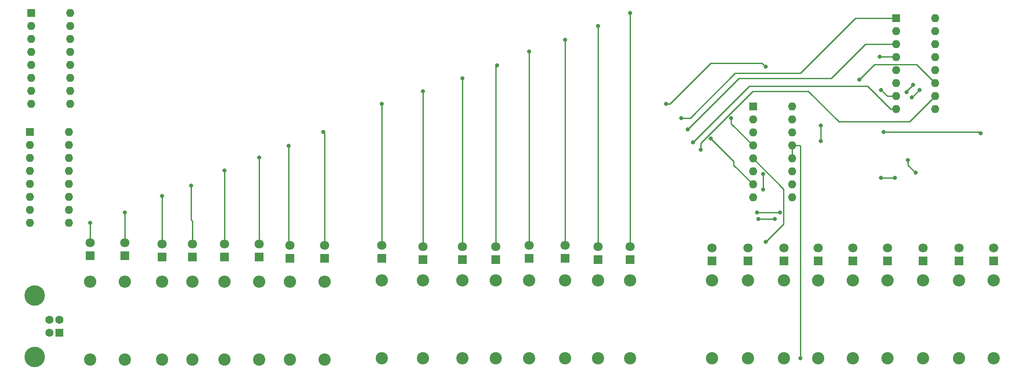
<source format=gbr>
%TF.GenerationSoftware,KiCad,Pcbnew,(5.1.9)-1*%
%TF.CreationDate,2021-06-05T08:41:13+03:00*%
%TF.ProjectId,AdderBreakoutV2,41646465-7242-4726-9561-6b6f75745632,rev?*%
%TF.SameCoordinates,Original*%
%TF.FileFunction,Copper,L2,Bot*%
%TF.FilePolarity,Positive*%
%FSLAX46Y46*%
G04 Gerber Fmt 4.6, Leading zero omitted, Abs format (unit mm)*
G04 Created by KiCad (PCBNEW (5.1.9)-1) date 2021-06-05 08:41:13*
%MOMM*%
%LPD*%
G01*
G04 APERTURE LIST*
%TA.AperFunction,ComponentPad*%
%ADD10R,1.800000X1.800000*%
%TD*%
%TA.AperFunction,ComponentPad*%
%ADD11C,1.800000*%
%TD*%
%TA.AperFunction,ComponentPad*%
%ADD12R,1.600000X1.600000*%
%TD*%
%TA.AperFunction,ComponentPad*%
%ADD13C,1.600000*%
%TD*%
%TA.AperFunction,ComponentPad*%
%ADD14C,4.000000*%
%TD*%
%TA.AperFunction,ComponentPad*%
%ADD15C,2.400000*%
%TD*%
%TA.AperFunction,ComponentPad*%
%ADD16O,2.400000X2.400000*%
%TD*%
%TA.AperFunction,ComponentPad*%
%ADD17O,1.600000X1.600000*%
%TD*%
%TA.AperFunction,ViaPad*%
%ADD18C,0.800000*%
%TD*%
%TA.AperFunction,Conductor*%
%ADD19C,0.250000*%
%TD*%
G04 APERTURE END LIST*
D10*
%TO.P,D1,1*%
%TO.N,Net-(D1-Pad1)*%
X54250000Y-168250000D03*
D11*
%TO.P,D1,2*%
%TO.N,A1*%
X54250000Y-165710000D03*
%TD*%
D10*
%TO.P,D2,1*%
%TO.N,Net-(D2-Pad1)*%
X61000000Y-168250000D03*
D11*
%TO.P,D2,2*%
%TO.N,A2*%
X61000000Y-165710000D03*
%TD*%
D10*
%TO.P,D3,1*%
%TO.N,Net-(D3-Pad1)*%
X68250000Y-168500000D03*
D11*
%TO.P,D3,2*%
%TO.N,A3*%
X68250000Y-165960000D03*
%TD*%
D10*
%TO.P,D4,1*%
%TO.N,Net-(D4-Pad1)*%
X74250000Y-168500000D03*
D11*
%TO.P,D4,2*%
%TO.N,A4*%
X74250000Y-165960000D03*
%TD*%
D10*
%TO.P,D5,1*%
%TO.N,Net-(D5-Pad1)*%
X80500000Y-168500000D03*
D11*
%TO.P,D5,2*%
%TO.N,A5*%
X80500000Y-165960000D03*
%TD*%
D10*
%TO.P,D6,1*%
%TO.N,Net-(D6-Pad1)*%
X87250000Y-168500000D03*
D11*
%TO.P,D6,2*%
%TO.N,A6*%
X87250000Y-165960000D03*
%TD*%
D10*
%TO.P,D7,1*%
%TO.N,Net-(D7-Pad1)*%
X93250000Y-168750000D03*
D11*
%TO.P,D7,2*%
%TO.N,A7*%
X93250000Y-166210000D03*
%TD*%
D10*
%TO.P,D8,1*%
%TO.N,Net-(D8-Pad1)*%
X100000000Y-168750000D03*
D11*
%TO.P,D8,2*%
%TO.N,A8*%
X100000000Y-166210000D03*
%TD*%
D10*
%TO.P,D11,1*%
%TO.N,Net-(D11-Pad1)*%
X111250000Y-168750000D03*
D11*
%TO.P,D11,2*%
%TO.N,B1*%
X111250000Y-166210000D03*
%TD*%
D10*
%TO.P,D12,1*%
%TO.N,Net-(D12-Pad1)*%
X119250000Y-169000000D03*
D11*
%TO.P,D12,2*%
%TO.N,B2*%
X119250000Y-166460000D03*
%TD*%
%TO.P,D13,2*%
%TO.N,B3*%
X127000000Y-166460000D03*
D10*
%TO.P,D13,1*%
%TO.N,Net-(D13-Pad1)*%
X127000000Y-169000000D03*
%TD*%
D11*
%TO.P,D14,2*%
%TO.N,B4*%
X133500000Y-166460000D03*
D10*
%TO.P,D14,1*%
%TO.N,Net-(D14-Pad1)*%
X133500000Y-169000000D03*
%TD*%
D11*
%TO.P,D15,2*%
%TO.N,B5*%
X140000000Y-166210000D03*
D10*
%TO.P,D15,1*%
%TO.N,Net-(D15-Pad1)*%
X140000000Y-168750000D03*
%TD*%
%TO.P,D16,1*%
%TO.N,Net-(D16-Pad1)*%
X147000000Y-168750000D03*
D11*
%TO.P,D16,2*%
%TO.N,B6*%
X147000000Y-166210000D03*
%TD*%
D10*
%TO.P,D17,1*%
%TO.N,Net-(D17-Pad1)*%
X153500000Y-169000000D03*
D11*
%TO.P,D17,2*%
%TO.N,B7*%
X153500000Y-166460000D03*
%TD*%
D10*
%TO.P,D18,1*%
%TO.N,Net-(D18-Pad1)*%
X159750000Y-169000000D03*
D11*
%TO.P,D18,2*%
%TO.N,B8*%
X159750000Y-166460000D03*
%TD*%
D10*
%TO.P,D21,1*%
%TO.N,Net-(D21-Pad1)*%
X175750000Y-169250000D03*
D11*
%TO.P,D21,2*%
%TO.N,C1*%
X175750000Y-166710000D03*
%TD*%
D10*
%TO.P,D22,1*%
%TO.N,Net-(D22-Pad1)*%
X182750000Y-169250000D03*
D11*
%TO.P,D22,2*%
%TO.N,C2*%
X182750000Y-166710000D03*
%TD*%
D10*
%TO.P,D23,1*%
%TO.N,Net-(D23-Pad1)*%
X189750000Y-169250000D03*
D11*
%TO.P,D23,2*%
%TO.N,C3*%
X189750000Y-166710000D03*
%TD*%
D10*
%TO.P,D24,1*%
%TO.N,Net-(D24-Pad1)*%
X196500000Y-169250000D03*
D11*
%TO.P,D24,2*%
%TO.N,C4*%
X196500000Y-166710000D03*
%TD*%
D10*
%TO.P,D25,1*%
%TO.N,Net-(D25-Pad1)*%
X203250000Y-169250000D03*
D11*
%TO.P,D25,2*%
%TO.N,C5*%
X203250000Y-166710000D03*
%TD*%
D10*
%TO.P,D26,1*%
%TO.N,Net-(D26-Pad1)*%
X210000000Y-169250000D03*
D11*
%TO.P,D26,2*%
%TO.N,C6*%
X210000000Y-166710000D03*
%TD*%
D10*
%TO.P,D27,1*%
%TO.N,Net-(D27-Pad1)*%
X217000000Y-169250000D03*
D11*
%TO.P,D27,2*%
%TO.N,C7*%
X217000000Y-166710000D03*
%TD*%
D10*
%TO.P,D28,1*%
%TO.N,Net-(D28-Pad1)*%
X224000000Y-169250000D03*
D11*
%TO.P,D28,2*%
%TO.N,C8*%
X224000000Y-166710000D03*
%TD*%
%TO.P,D29,2*%
%TO.N,C9*%
X230750000Y-166710000D03*
D10*
%TO.P,D29,1*%
%TO.N,Net-(D29-Pad1)*%
X230750000Y-169250000D03*
%TD*%
D12*
%TO.P,J1,1*%
%TO.N,+5V*%
X48250000Y-183250000D03*
D13*
%TO.P,J1,2*%
%TO.N,N/C*%
X48250000Y-180750000D03*
%TO.P,J1,3*%
X46250000Y-180750000D03*
%TO.P,J1,4*%
X46250000Y-183250000D03*
D14*
%TO.P,J1,5*%
%TO.N,GND*%
X43390000Y-176000000D03*
X43390000Y-188000000D03*
%TD*%
D15*
%TO.P,R1,1*%
%TO.N,GND*%
X54250000Y-188500000D03*
D16*
%TO.P,R1,2*%
%TO.N,Net-(D1-Pad1)*%
X54250000Y-173260000D03*
%TD*%
D15*
%TO.P,R2,1*%
%TO.N,GND*%
X61000000Y-188500000D03*
D16*
%TO.P,R2,2*%
%TO.N,Net-(D2-Pad1)*%
X61000000Y-173260000D03*
%TD*%
%TO.P,R3,2*%
%TO.N,Net-(D3-Pad1)*%
X68250000Y-173260000D03*
D15*
%TO.P,R3,1*%
%TO.N,GND*%
X68250000Y-188500000D03*
%TD*%
D16*
%TO.P,R4,2*%
%TO.N,Net-(D4-Pad1)*%
X74250000Y-173260000D03*
D15*
%TO.P,R4,1*%
%TO.N,GND*%
X74250000Y-188500000D03*
%TD*%
D16*
%TO.P,R5,2*%
%TO.N,Net-(D5-Pad1)*%
X80500000Y-173260000D03*
D15*
%TO.P,R5,1*%
%TO.N,GND*%
X80500000Y-188500000D03*
%TD*%
D16*
%TO.P,R6,2*%
%TO.N,Net-(D6-Pad1)*%
X87250000Y-173260000D03*
D15*
%TO.P,R6,1*%
%TO.N,GND*%
X87250000Y-188500000D03*
%TD*%
%TO.P,R7,1*%
%TO.N,GND*%
X93250000Y-188500000D03*
D16*
%TO.P,R7,2*%
%TO.N,Net-(D7-Pad1)*%
X93250000Y-173260000D03*
%TD*%
D15*
%TO.P,R8,1*%
%TO.N,GND*%
X100000000Y-188500000D03*
D16*
%TO.P,R8,2*%
%TO.N,Net-(D8-Pad1)*%
X100000000Y-173260000D03*
%TD*%
%TO.P,R11,2*%
%TO.N,Net-(D11-Pad1)*%
X111250000Y-173010000D03*
D15*
%TO.P,R11,1*%
%TO.N,GND*%
X111250000Y-188250000D03*
%TD*%
D16*
%TO.P,R12,2*%
%TO.N,Net-(D12-Pad1)*%
X119250000Y-173010000D03*
D15*
%TO.P,R12,1*%
%TO.N,GND*%
X119250000Y-188250000D03*
%TD*%
%TO.P,R13,1*%
%TO.N,GND*%
X127000000Y-188250000D03*
D16*
%TO.P,R13,2*%
%TO.N,Net-(D13-Pad1)*%
X127000000Y-173010000D03*
%TD*%
D15*
%TO.P,R14,1*%
%TO.N,GND*%
X133500000Y-188250000D03*
D16*
%TO.P,R14,2*%
%TO.N,Net-(D14-Pad1)*%
X133500000Y-173010000D03*
%TD*%
D15*
%TO.P,R15,1*%
%TO.N,GND*%
X140000000Y-188250000D03*
D16*
%TO.P,R15,2*%
%TO.N,Net-(D15-Pad1)*%
X140000000Y-173010000D03*
%TD*%
%TO.P,R16,2*%
%TO.N,Net-(D16-Pad1)*%
X147000000Y-173010000D03*
D15*
%TO.P,R16,1*%
%TO.N,GND*%
X147000000Y-188250000D03*
%TD*%
D16*
%TO.P,R17,2*%
%TO.N,Net-(D17-Pad1)*%
X153500000Y-173010000D03*
D15*
%TO.P,R17,1*%
%TO.N,GND*%
X153500000Y-188250000D03*
%TD*%
D16*
%TO.P,R18,2*%
%TO.N,Net-(D18-Pad1)*%
X159750000Y-173010000D03*
D15*
%TO.P,R18,1*%
%TO.N,GND*%
X159750000Y-188250000D03*
%TD*%
D16*
%TO.P,R21,2*%
%TO.N,Net-(D21-Pad1)*%
X175750000Y-173010000D03*
D15*
%TO.P,R21,1*%
%TO.N,GND*%
X175750000Y-188250000D03*
%TD*%
%TO.P,R22,1*%
%TO.N,GND*%
X182750000Y-188250000D03*
D16*
%TO.P,R22,2*%
%TO.N,Net-(D22-Pad1)*%
X182750000Y-173010000D03*
%TD*%
%TO.P,R23,2*%
%TO.N,Net-(D23-Pad1)*%
X189750000Y-173010000D03*
D15*
%TO.P,R23,1*%
%TO.N,GND*%
X189750000Y-188250000D03*
%TD*%
D16*
%TO.P,R24,2*%
%TO.N,Net-(D24-Pad1)*%
X196500000Y-173010000D03*
D15*
%TO.P,R24,1*%
%TO.N,GND*%
X196500000Y-188250000D03*
%TD*%
%TO.P,R25,1*%
%TO.N,GND*%
X203250000Y-188250000D03*
D16*
%TO.P,R25,2*%
%TO.N,Net-(D25-Pad1)*%
X203250000Y-173010000D03*
%TD*%
D15*
%TO.P,R26,1*%
%TO.N,GND*%
X210000000Y-188250000D03*
D16*
%TO.P,R26,2*%
%TO.N,Net-(D26-Pad1)*%
X210000000Y-173010000D03*
%TD*%
D15*
%TO.P,R27,1*%
%TO.N,GND*%
X217000000Y-188250000D03*
D16*
%TO.P,R27,2*%
%TO.N,Net-(D27-Pad1)*%
X217000000Y-173010000D03*
%TD*%
D15*
%TO.P,R28,1*%
%TO.N,GND*%
X224000000Y-188250000D03*
D16*
%TO.P,R28,2*%
%TO.N,Net-(D28-Pad1)*%
X224000000Y-173010000D03*
%TD*%
D15*
%TO.P,R29,1*%
%TO.N,GND*%
X230750000Y-188250000D03*
D16*
%TO.P,R29,2*%
%TO.N,Net-(D29-Pad1)*%
X230750000Y-173010000D03*
%TD*%
D12*
%TO.P,SW1,1*%
%TO.N,+5V*%
X42500000Y-144000000D03*
D17*
%TO.P,SW1,9*%
%TO.N,A1*%
X50120000Y-161780000D03*
%TO.P,SW1,2*%
%TO.N,+5V*%
X42500000Y-146540000D03*
%TO.P,SW1,10*%
%TO.N,A2*%
X50120000Y-159240000D03*
%TO.P,SW1,3*%
%TO.N,+5V*%
X42500000Y-149080000D03*
%TO.P,SW1,11*%
%TO.N,A3*%
X50120000Y-156700000D03*
%TO.P,SW1,4*%
%TO.N,+5V*%
X42500000Y-151620000D03*
%TO.P,SW1,12*%
%TO.N,A4*%
X50120000Y-154160000D03*
%TO.P,SW1,5*%
%TO.N,+5V*%
X42500000Y-154160000D03*
%TO.P,SW1,13*%
%TO.N,A5*%
X50120000Y-151620000D03*
%TO.P,SW1,6*%
%TO.N,+5V*%
X42500000Y-156700000D03*
%TO.P,SW1,14*%
%TO.N,A6*%
X50120000Y-149080000D03*
%TO.P,SW1,7*%
%TO.N,+5V*%
X42500000Y-159240000D03*
%TO.P,SW1,15*%
%TO.N,A7*%
X50120000Y-146540000D03*
%TO.P,SW1,8*%
%TO.N,+5V*%
X42500000Y-161780000D03*
%TO.P,SW1,16*%
%TO.N,A8*%
X50120000Y-144000000D03*
%TD*%
%TO.P,SW2,16*%
%TO.N,B8*%
X50370000Y-120750000D03*
%TO.P,SW2,8*%
%TO.N,+5V*%
X42750000Y-138530000D03*
%TO.P,SW2,15*%
%TO.N,B7*%
X50370000Y-123290000D03*
%TO.P,SW2,7*%
%TO.N,+5V*%
X42750000Y-135990000D03*
%TO.P,SW2,14*%
%TO.N,B6*%
X50370000Y-125830000D03*
%TO.P,SW2,6*%
%TO.N,+5V*%
X42750000Y-133450000D03*
%TO.P,SW2,13*%
%TO.N,B5*%
X50370000Y-128370000D03*
%TO.P,SW2,5*%
%TO.N,+5V*%
X42750000Y-130910000D03*
%TO.P,SW2,12*%
%TO.N,B4*%
X50370000Y-130910000D03*
%TO.P,SW2,4*%
%TO.N,+5V*%
X42750000Y-128370000D03*
%TO.P,SW2,11*%
%TO.N,B3*%
X50370000Y-133450000D03*
%TO.P,SW2,3*%
%TO.N,+5V*%
X42750000Y-125830000D03*
%TO.P,SW2,10*%
%TO.N,B2*%
X50370000Y-135990000D03*
%TO.P,SW2,2*%
%TO.N,+5V*%
X42750000Y-123290000D03*
%TO.P,SW2,9*%
%TO.N,B1*%
X50370000Y-138530000D03*
D12*
%TO.P,SW2,1*%
%TO.N,+5V*%
X42750000Y-120750000D03*
%TD*%
D17*
%TO.P,U1,16*%
%TO.N,B4*%
X191370000Y-139000000D03*
%TO.P,U1,8*%
%TO.N,A2*%
X183750000Y-156780000D03*
%TO.P,U1,15*%
%TO.N,C1*%
X191370000Y-141540000D03*
%TO.P,U1,7*%
%TO.N,B2*%
X183750000Y-154240000D03*
%TO.P,U1,14*%
%TO.N,Carry*%
X191370000Y-144080000D03*
%TO.P,U1,6*%
%TO.N,C3*%
X183750000Y-151700000D03*
%TO.P,U1,13*%
%TO.N,GND*%
X191370000Y-146620000D03*
%TO.P,U1,5*%
%TO.N,+5V*%
X183750000Y-149160000D03*
%TO.P,U1,12*%
%TO.N,GND*%
X191370000Y-149160000D03*
%TO.P,U1,4*%
%TO.N,B3*%
X183750000Y-146620000D03*
%TO.P,U1,11*%
%TO.N,B1*%
X191370000Y-151700000D03*
%TO.P,U1,3*%
%TO.N,A3*%
X183750000Y-144080000D03*
%TO.P,U1,10*%
%TO.N,A1*%
X191370000Y-154240000D03*
%TO.P,U1,2*%
%TO.N,C2*%
X183750000Y-141540000D03*
%TO.P,U1,9*%
%TO.N,C4*%
X191370000Y-156780000D03*
D12*
%TO.P,U1,1*%
%TO.N,A4*%
X183750000Y-139000000D03*
%TD*%
%TO.P,U2,1*%
%TO.N,A8*%
X211750000Y-121750000D03*
D17*
%TO.P,U2,9*%
%TO.N,C8*%
X219370000Y-139530000D03*
%TO.P,U2,2*%
%TO.N,C6*%
X211750000Y-124290000D03*
%TO.P,U2,10*%
%TO.N,A5*%
X219370000Y-136990000D03*
%TO.P,U2,3*%
%TO.N,A7*%
X211750000Y-126830000D03*
%TO.P,U2,11*%
%TO.N,B5*%
X219370000Y-134450000D03*
%TO.P,U2,4*%
%TO.N,B7*%
X211750000Y-129370000D03*
%TO.P,U2,12*%
%TO.N,GND*%
X219370000Y-131910000D03*
%TO.P,U2,5*%
%TO.N,+5V*%
X211750000Y-131910000D03*
%TO.P,U2,13*%
%TO.N,Carry*%
X219370000Y-129370000D03*
%TO.P,U2,6*%
%TO.N,C7*%
X211750000Y-134450000D03*
%TO.P,U2,14*%
%TO.N,C9*%
X219370000Y-126830000D03*
%TO.P,U2,7*%
%TO.N,B6*%
X211750000Y-136990000D03*
%TO.P,U2,15*%
%TO.N,C5*%
X219370000Y-124290000D03*
%TO.P,U2,8*%
%TO.N,A6*%
X211750000Y-139530000D03*
%TO.P,U2,16*%
%TO.N,B8*%
X219370000Y-121750000D03*
%TD*%
D18*
%TO.N,A1*%
X54250000Y-161750000D03*
X184500000Y-159750000D03*
X189000000Y-159750000D03*
%TO.N,A2*%
X61000000Y-159750000D03*
%TO.N,A3*%
X68250000Y-156500000D03*
%TO.N,A4*%
X74000000Y-154500000D03*
%TO.N,A5*%
X80500000Y-151500000D03*
X173500000Y-147500000D03*
%TO.N,A6*%
X87250000Y-149000000D03*
X172000000Y-146000000D03*
%TO.N,A7*%
X93000000Y-146750000D03*
X171000000Y-143500000D03*
%TO.N,A8*%
X99750000Y-144000000D03*
X169750000Y-141250000D03*
%TO.N,B1*%
X111250000Y-138500000D03*
X197000000Y-145750000D03*
X197000000Y-142750000D03*
X186250000Y-131250000D03*
X166750000Y-138500000D03*
%TO.N,B2*%
X119250000Y-136000000D03*
X175500000Y-145250000D03*
%TO.N,B3*%
X127000000Y-133500000D03*
X179500000Y-141250000D03*
%TO.N,B4*%
X133750000Y-131000000D03*
%TO.N,B5*%
X140000000Y-128250000D03*
X204500000Y-133750000D03*
%TO.N,B6*%
X147000000Y-126000000D03*
X208750000Y-135750000D03*
%TO.N,B7*%
X153500000Y-123250000D03*
X208500000Y-129250000D03*
%TO.N,B8*%
X159750000Y-120750000D03*
%TO.N,C1*%
X184750000Y-161000000D03*
X188000000Y-161000000D03*
%TO.N,C2*%
X185750000Y-155250000D03*
X185750000Y-152250000D03*
%TO.N,C5*%
X216250000Y-135750000D03*
X214750000Y-137250000D03*
X211500000Y-153000000D03*
X208750000Y-153000000D03*
%TO.N,+5V*%
X186250000Y-165500000D03*
X215500000Y-152000000D03*
X213987347Y-149487347D03*
X213750000Y-136250000D03*
X215000000Y-134750000D03*
%TO.N,GND*%
X193000000Y-188250000D03*
%TO.N,Carry*%
X209250000Y-144000000D03*
X228250000Y-144250000D03*
%TD*%
D19*
%TO.N,A1*%
X54250000Y-161750000D02*
X54250000Y-165710000D01*
X184500000Y-159750000D02*
X189000000Y-159750000D01*
%TO.N,A2*%
X61000000Y-165710000D02*
X61000000Y-159750000D01*
%TO.N,A3*%
X68250000Y-156500000D02*
X68250000Y-165960000D01*
%TO.N,A4*%
X74250000Y-161426998D02*
X74000000Y-161176998D01*
X74000000Y-161176998D02*
X74000000Y-154500000D01*
X74250000Y-165960000D02*
X74250000Y-161426998D01*
%TO.N,A5*%
X80500000Y-151500000D02*
X80500000Y-165960000D01*
X173500000Y-146176998D02*
X183676998Y-136000000D01*
X173500000Y-147500000D02*
X173500000Y-146176998D01*
X194500000Y-136000000D02*
X200500000Y-142000000D01*
X183676998Y-136000000D02*
X194500000Y-136000000D01*
X214360000Y-142000000D02*
X219370000Y-136990000D01*
X200500000Y-142000000D02*
X214360000Y-142000000D01*
%TO.N,A6*%
X87250000Y-165960000D02*
X87250000Y-149000000D01*
X210618630Y-139530000D02*
X206088630Y-135000000D01*
X211750000Y-139530000D02*
X210618630Y-139530000D01*
X183000000Y-135000000D02*
X172000000Y-146000000D01*
X206088630Y-135000000D02*
X183000000Y-135000000D01*
%TO.N,A7*%
X93000000Y-165960000D02*
X93250000Y-166210000D01*
X93000000Y-146750000D02*
X93000000Y-165960000D01*
X171000000Y-143500000D02*
X181000000Y-133500000D01*
X181000000Y-133500000D02*
X199000000Y-133500000D01*
X205670000Y-126830000D02*
X211750000Y-126830000D01*
X199000000Y-133500000D02*
X205670000Y-126830000D01*
%TO.N,A8*%
X100000000Y-144250000D02*
X99750000Y-144000000D01*
X100000000Y-166210000D02*
X100000000Y-144250000D01*
X169750000Y-141250000D02*
X171500000Y-141250000D01*
X171500000Y-141250000D02*
X180250000Y-132500000D01*
X180250000Y-132500000D02*
X193000000Y-132500000D01*
X203750000Y-121750000D02*
X211750000Y-121750000D01*
X193000000Y-132500000D02*
X203750000Y-121750000D01*
%TO.N,B1*%
X111250000Y-138500000D02*
X111250000Y-166210000D01*
X197000000Y-145750000D02*
X197000000Y-142750000D01*
X186250000Y-131250000D02*
X185500000Y-130500000D01*
X185500000Y-130500000D02*
X175500000Y-130500000D01*
X167500000Y-138500000D02*
X166750000Y-138500000D01*
X175500000Y-130500000D02*
X167500000Y-138500000D01*
%TO.N,B2*%
X119250000Y-166460000D02*
X119250000Y-136000000D01*
X175500000Y-145250000D02*
X180000000Y-149750000D01*
X180000000Y-150490000D02*
X183750000Y-154240000D01*
X180000000Y-149750000D02*
X180000000Y-150490000D01*
%TO.N,B3*%
X127000000Y-133500000D02*
X127000000Y-166460000D01*
X179500000Y-142370000D02*
X183750000Y-146620000D01*
X179500000Y-141250000D02*
X179500000Y-142370000D01*
%TO.N,B4*%
X133500000Y-131250000D02*
X133750000Y-131000000D01*
X133500000Y-166460000D02*
X133500000Y-131250000D01*
%TO.N,B5*%
X140000000Y-128250000D02*
X140000000Y-166210000D01*
X215704999Y-130784999D02*
X219370000Y-134450000D01*
X207465001Y-130784999D02*
X215704999Y-130784999D01*
X204500000Y-133750000D02*
X207465001Y-130784999D01*
%TO.N,B6*%
X147000000Y-166210000D02*
X147000000Y-126000000D01*
X209990000Y-136990000D02*
X211750000Y-136990000D01*
X208750000Y-135750000D02*
X209990000Y-136990000D01*
%TO.N,B7*%
X153500000Y-123250000D02*
X153500000Y-166460000D01*
X211630000Y-129250000D02*
X211750000Y-129370000D01*
X208500000Y-129250000D02*
X211630000Y-129250000D01*
%TO.N,B8*%
X159750000Y-166460000D02*
X159750000Y-120750000D01*
%TO.N,C1*%
X184750000Y-161000000D02*
X188000000Y-161000000D01*
%TO.N,C2*%
X185750000Y-155250000D02*
X185750000Y-152250000D01*
%TO.N,C5*%
X216250000Y-135750000D02*
X214750000Y-137250000D01*
X211500000Y-153000000D02*
X208750000Y-153000000D01*
%TO.N,+5V*%
X189725001Y-155135001D02*
X183750000Y-149160000D01*
X189725001Y-162024999D02*
X189725001Y-155135001D01*
X186250000Y-165500000D02*
X189725001Y-162024999D01*
X213987347Y-150487347D02*
X213987347Y-149487347D01*
X215500000Y-152000000D02*
X213987347Y-150487347D01*
X213750000Y-136000000D02*
X215000000Y-134750000D01*
X213750000Y-136250000D02*
X213750000Y-136000000D01*
%TO.N,GND*%
X191370000Y-146620000D02*
X192870000Y-146620000D01*
X192870000Y-146620000D02*
X193000000Y-146750000D01*
X193000000Y-146750000D02*
X193000000Y-188250000D01*
X191370000Y-149160000D02*
X191370000Y-146620000D01*
%TO.N,Carry*%
X228000000Y-144000000D02*
X228250000Y-144250000D01*
X209250000Y-144000000D02*
X228000000Y-144000000D01*
%TD*%
M02*

</source>
